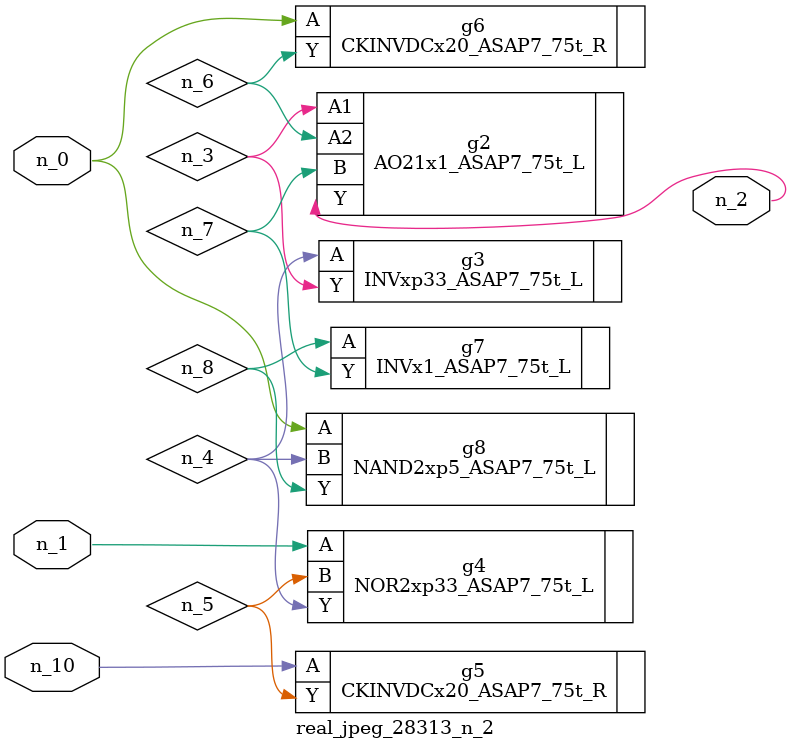
<source format=v>
module real_jpeg_28313_n_2 (n_1, n_10, n_0, n_2);

input n_1;
input n_10;
input n_0;

output n_2;

wire n_5;
wire n_4;
wire n_8;
wire n_6;
wire n_7;
wire n_3;

CKINVDCx20_ASAP7_75t_R g6 ( 
.A(n_0),
.Y(n_6)
);

NAND2xp5_ASAP7_75t_L g8 ( 
.A(n_0),
.B(n_4),
.Y(n_8)
);

NOR2xp33_ASAP7_75t_L g4 ( 
.A(n_1),
.B(n_5),
.Y(n_4)
);

AO21x1_ASAP7_75t_L g2 ( 
.A1(n_3),
.A2(n_6),
.B(n_7),
.Y(n_2)
);

INVxp33_ASAP7_75t_L g3 ( 
.A(n_4),
.Y(n_3)
);

INVx1_ASAP7_75t_L g7 ( 
.A(n_8),
.Y(n_7)
);

CKINVDCx20_ASAP7_75t_R g5 ( 
.A(n_10),
.Y(n_5)
);


endmodule
</source>
